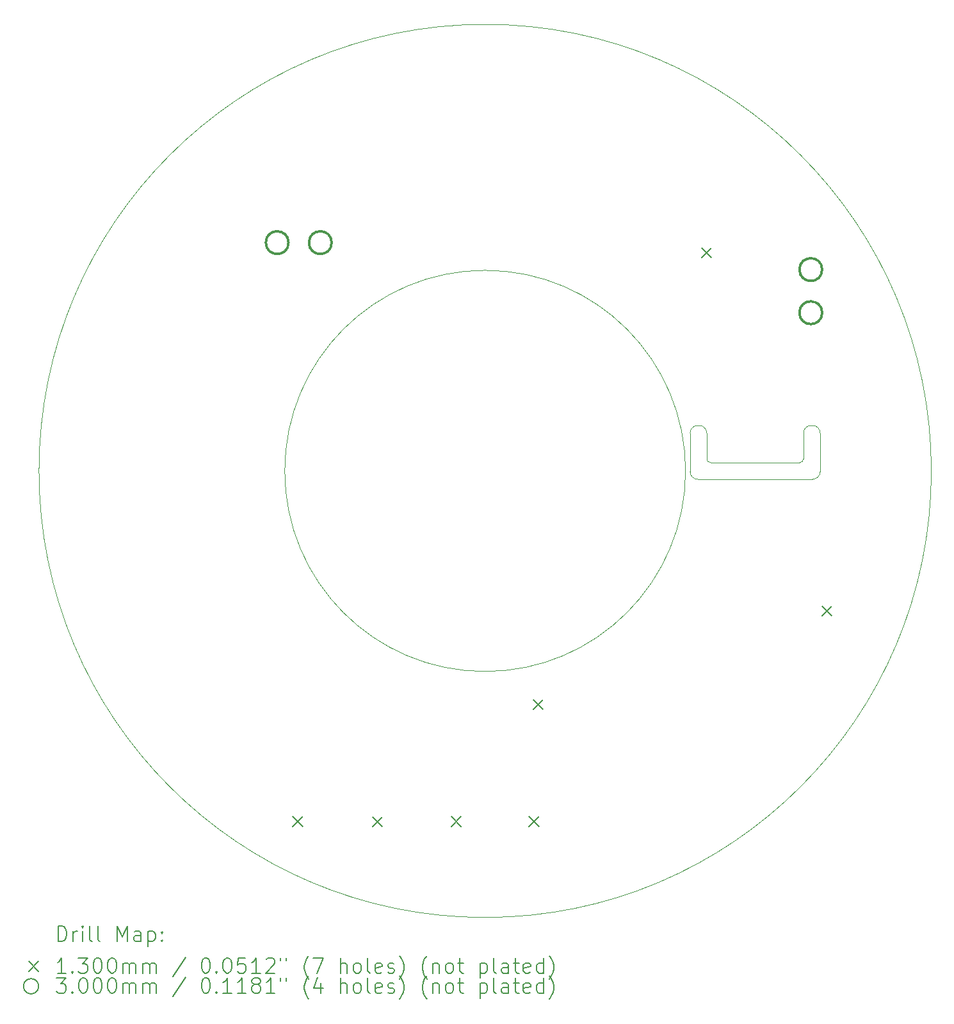
<source format=gbr>
%FSLAX45Y45*%
G04 Gerber Fmt 4.5, Leading zero omitted, Abs format (unit mm)*
G04 Created by KiCad (PCBNEW (6.0.0)) date 2022-08-29 10:29:10*
%MOMM*%
%LPD*%
G01*
G04 APERTURE LIST*
%TA.AperFunction,Profile*%
%ADD10C,0.050000*%
%TD*%
%TA.AperFunction,Profile*%
%ADD11C,0.100000*%
%TD*%
%ADD12C,0.200000*%
%ADD13C,0.130000*%
%ADD14C,0.300000*%
G04 APERTURE END LIST*
D10*
X18160000Y-9890000D02*
X16980000Y-9890000D01*
X18330000Y-10110000D02*
G75*
G03*
X18430000Y-10010000I0J100000D01*
G01*
X18430000Y-9500000D02*
G75*
G03*
X18330000Y-9400000I-100000J0D01*
G01*
X18310000Y-9400000D02*
G75*
G03*
X18210000Y-9500000I0J-100000D01*
G01*
X18160000Y-9890000D02*
G75*
G03*
X18210000Y-9840000I0J50000D01*
G01*
X16810000Y-9400000D02*
G75*
G03*
X16710000Y-9500000I0J-100000D01*
G01*
X16710000Y-9500000D02*
X16710000Y-10010000D01*
X16830000Y-9400000D02*
X16810000Y-9400000D01*
X16930000Y-9840000D02*
X16930000Y-9500000D01*
X16930000Y-9500000D02*
G75*
G03*
X16830000Y-9400000I-100000J0D01*
G01*
X16710000Y-10010000D02*
G75*
G03*
X16810000Y-10110000I100000J0D01*
G01*
X16930000Y-9840000D02*
G75*
G03*
X16980000Y-9890000I50000J0D01*
G01*
X18430000Y-10010000D02*
X18430000Y-9500000D01*
X18330000Y-9400000D02*
X18310000Y-9400000D01*
D11*
X19900000Y-10000000D02*
G75*
G03*
X19900000Y-10000000I-5900000J0D01*
G01*
D10*
X18210000Y-9500000D02*
X18210000Y-9840000D01*
X16810000Y-10110000D02*
X18330000Y-10110000D01*
D11*
X16650000Y-10000000D02*
G75*
G03*
X16650000Y-10000000I-2650000J0D01*
G01*
D12*
D13*
X11456738Y-14569000D02*
X11586738Y-14699000D01*
X11586738Y-14569000D02*
X11456738Y-14699000D01*
X12512500Y-14571750D02*
X12642500Y-14701750D01*
X12642500Y-14571750D02*
X12512500Y-14701750D01*
X13553400Y-14569000D02*
X13683400Y-14699000D01*
X13683400Y-14569000D02*
X13553400Y-14699000D01*
X14580000Y-14569000D02*
X14710000Y-14699000D01*
X14710000Y-14569000D02*
X14580000Y-14699000D01*
X14634000Y-13020000D02*
X14764000Y-13150000D01*
X14764000Y-13020000D02*
X14634000Y-13150000D01*
X16860000Y-7053750D02*
X16990000Y-7183750D01*
X16990000Y-7053750D02*
X16860000Y-7183750D01*
X18455000Y-11783750D02*
X18585000Y-11913750D01*
X18585000Y-11783750D02*
X18455000Y-11913750D01*
D14*
X11400000Y-6984000D02*
G75*
G03*
X11400000Y-6984000I-150000J0D01*
G01*
X11970000Y-6984000D02*
G75*
G03*
X11970000Y-6984000I-150000J0D01*
G01*
X18456000Y-7340000D02*
G75*
G03*
X18456000Y-7340000I-150000J0D01*
G01*
X18456000Y-7910000D02*
G75*
G03*
X18456000Y-7910000I-150000J0D01*
G01*
D12*
X8352619Y-16215476D02*
X8352619Y-16015476D01*
X8400238Y-16015476D01*
X8428810Y-16025000D01*
X8447857Y-16044048D01*
X8457381Y-16063095D01*
X8466905Y-16101190D01*
X8466905Y-16129762D01*
X8457381Y-16167857D01*
X8447857Y-16186905D01*
X8428810Y-16205952D01*
X8400238Y-16215476D01*
X8352619Y-16215476D01*
X8552619Y-16215476D02*
X8552619Y-16082143D01*
X8552619Y-16120238D02*
X8562143Y-16101190D01*
X8571667Y-16091667D01*
X8590714Y-16082143D01*
X8609762Y-16082143D01*
X8676429Y-16215476D02*
X8676429Y-16082143D01*
X8676429Y-16015476D02*
X8666905Y-16025000D01*
X8676429Y-16034524D01*
X8685952Y-16025000D01*
X8676429Y-16015476D01*
X8676429Y-16034524D01*
X8800238Y-16215476D02*
X8781190Y-16205952D01*
X8771667Y-16186905D01*
X8771667Y-16015476D01*
X8905000Y-16215476D02*
X8885952Y-16205952D01*
X8876429Y-16186905D01*
X8876429Y-16015476D01*
X9133571Y-16215476D02*
X9133571Y-16015476D01*
X9200238Y-16158333D01*
X9266905Y-16015476D01*
X9266905Y-16215476D01*
X9447857Y-16215476D02*
X9447857Y-16110714D01*
X9438333Y-16091667D01*
X9419286Y-16082143D01*
X9381190Y-16082143D01*
X9362143Y-16091667D01*
X9447857Y-16205952D02*
X9428810Y-16215476D01*
X9381190Y-16215476D01*
X9362143Y-16205952D01*
X9352619Y-16186905D01*
X9352619Y-16167857D01*
X9362143Y-16148809D01*
X9381190Y-16139286D01*
X9428810Y-16139286D01*
X9447857Y-16129762D01*
X9543095Y-16082143D02*
X9543095Y-16282143D01*
X9543095Y-16091667D02*
X9562143Y-16082143D01*
X9600238Y-16082143D01*
X9619286Y-16091667D01*
X9628810Y-16101190D01*
X9638333Y-16120238D01*
X9638333Y-16177381D01*
X9628810Y-16196428D01*
X9619286Y-16205952D01*
X9600238Y-16215476D01*
X9562143Y-16215476D01*
X9543095Y-16205952D01*
X9724048Y-16196428D02*
X9733571Y-16205952D01*
X9724048Y-16215476D01*
X9714524Y-16205952D01*
X9724048Y-16196428D01*
X9724048Y-16215476D01*
X9724048Y-16091667D02*
X9733571Y-16101190D01*
X9724048Y-16110714D01*
X9714524Y-16101190D01*
X9724048Y-16091667D01*
X9724048Y-16110714D01*
D13*
X7965000Y-16480000D02*
X8095000Y-16610000D01*
X8095000Y-16480000D02*
X7965000Y-16610000D01*
D12*
X8457381Y-16635476D02*
X8343095Y-16635476D01*
X8400238Y-16635476D02*
X8400238Y-16435476D01*
X8381190Y-16464048D01*
X8362143Y-16483095D01*
X8343095Y-16492619D01*
X8543095Y-16616428D02*
X8552619Y-16625952D01*
X8543095Y-16635476D01*
X8533571Y-16625952D01*
X8543095Y-16616428D01*
X8543095Y-16635476D01*
X8619286Y-16435476D02*
X8743095Y-16435476D01*
X8676429Y-16511667D01*
X8705000Y-16511667D01*
X8724048Y-16521190D01*
X8733571Y-16530714D01*
X8743095Y-16549762D01*
X8743095Y-16597381D01*
X8733571Y-16616428D01*
X8724048Y-16625952D01*
X8705000Y-16635476D01*
X8647857Y-16635476D01*
X8628810Y-16625952D01*
X8619286Y-16616428D01*
X8866905Y-16435476D02*
X8885952Y-16435476D01*
X8905000Y-16445000D01*
X8914524Y-16454524D01*
X8924048Y-16473571D01*
X8933571Y-16511667D01*
X8933571Y-16559286D01*
X8924048Y-16597381D01*
X8914524Y-16616428D01*
X8905000Y-16625952D01*
X8885952Y-16635476D01*
X8866905Y-16635476D01*
X8847857Y-16625952D01*
X8838333Y-16616428D01*
X8828810Y-16597381D01*
X8819286Y-16559286D01*
X8819286Y-16511667D01*
X8828810Y-16473571D01*
X8838333Y-16454524D01*
X8847857Y-16445000D01*
X8866905Y-16435476D01*
X9057381Y-16435476D02*
X9076429Y-16435476D01*
X9095476Y-16445000D01*
X9105000Y-16454524D01*
X9114524Y-16473571D01*
X9124048Y-16511667D01*
X9124048Y-16559286D01*
X9114524Y-16597381D01*
X9105000Y-16616428D01*
X9095476Y-16625952D01*
X9076429Y-16635476D01*
X9057381Y-16635476D01*
X9038333Y-16625952D01*
X9028810Y-16616428D01*
X9019286Y-16597381D01*
X9009762Y-16559286D01*
X9009762Y-16511667D01*
X9019286Y-16473571D01*
X9028810Y-16454524D01*
X9038333Y-16445000D01*
X9057381Y-16435476D01*
X9209762Y-16635476D02*
X9209762Y-16502143D01*
X9209762Y-16521190D02*
X9219286Y-16511667D01*
X9238333Y-16502143D01*
X9266905Y-16502143D01*
X9285952Y-16511667D01*
X9295476Y-16530714D01*
X9295476Y-16635476D01*
X9295476Y-16530714D02*
X9305000Y-16511667D01*
X9324048Y-16502143D01*
X9352619Y-16502143D01*
X9371667Y-16511667D01*
X9381190Y-16530714D01*
X9381190Y-16635476D01*
X9476429Y-16635476D02*
X9476429Y-16502143D01*
X9476429Y-16521190D02*
X9485952Y-16511667D01*
X9505000Y-16502143D01*
X9533571Y-16502143D01*
X9552619Y-16511667D01*
X9562143Y-16530714D01*
X9562143Y-16635476D01*
X9562143Y-16530714D02*
X9571667Y-16511667D01*
X9590714Y-16502143D01*
X9619286Y-16502143D01*
X9638333Y-16511667D01*
X9647857Y-16530714D01*
X9647857Y-16635476D01*
X10038333Y-16425952D02*
X9866905Y-16683095D01*
X10295476Y-16435476D02*
X10314524Y-16435476D01*
X10333571Y-16445000D01*
X10343095Y-16454524D01*
X10352619Y-16473571D01*
X10362143Y-16511667D01*
X10362143Y-16559286D01*
X10352619Y-16597381D01*
X10343095Y-16616428D01*
X10333571Y-16625952D01*
X10314524Y-16635476D01*
X10295476Y-16635476D01*
X10276429Y-16625952D01*
X10266905Y-16616428D01*
X10257381Y-16597381D01*
X10247857Y-16559286D01*
X10247857Y-16511667D01*
X10257381Y-16473571D01*
X10266905Y-16454524D01*
X10276429Y-16445000D01*
X10295476Y-16435476D01*
X10447857Y-16616428D02*
X10457381Y-16625952D01*
X10447857Y-16635476D01*
X10438333Y-16625952D01*
X10447857Y-16616428D01*
X10447857Y-16635476D01*
X10581190Y-16435476D02*
X10600238Y-16435476D01*
X10619286Y-16445000D01*
X10628810Y-16454524D01*
X10638333Y-16473571D01*
X10647857Y-16511667D01*
X10647857Y-16559286D01*
X10638333Y-16597381D01*
X10628810Y-16616428D01*
X10619286Y-16625952D01*
X10600238Y-16635476D01*
X10581190Y-16635476D01*
X10562143Y-16625952D01*
X10552619Y-16616428D01*
X10543095Y-16597381D01*
X10533571Y-16559286D01*
X10533571Y-16511667D01*
X10543095Y-16473571D01*
X10552619Y-16454524D01*
X10562143Y-16445000D01*
X10581190Y-16435476D01*
X10828810Y-16435476D02*
X10733571Y-16435476D01*
X10724048Y-16530714D01*
X10733571Y-16521190D01*
X10752619Y-16511667D01*
X10800238Y-16511667D01*
X10819286Y-16521190D01*
X10828810Y-16530714D01*
X10838333Y-16549762D01*
X10838333Y-16597381D01*
X10828810Y-16616428D01*
X10819286Y-16625952D01*
X10800238Y-16635476D01*
X10752619Y-16635476D01*
X10733571Y-16625952D01*
X10724048Y-16616428D01*
X11028810Y-16635476D02*
X10914524Y-16635476D01*
X10971667Y-16635476D02*
X10971667Y-16435476D01*
X10952619Y-16464048D01*
X10933571Y-16483095D01*
X10914524Y-16492619D01*
X11105000Y-16454524D02*
X11114524Y-16445000D01*
X11133571Y-16435476D01*
X11181190Y-16435476D01*
X11200238Y-16445000D01*
X11209762Y-16454524D01*
X11219286Y-16473571D01*
X11219286Y-16492619D01*
X11209762Y-16521190D01*
X11095476Y-16635476D01*
X11219286Y-16635476D01*
X11295476Y-16435476D02*
X11295476Y-16473571D01*
X11371667Y-16435476D02*
X11371667Y-16473571D01*
X11666905Y-16711667D02*
X11657381Y-16702143D01*
X11638333Y-16673571D01*
X11628809Y-16654524D01*
X11619286Y-16625952D01*
X11609762Y-16578333D01*
X11609762Y-16540238D01*
X11619286Y-16492619D01*
X11628809Y-16464048D01*
X11638333Y-16445000D01*
X11657381Y-16416428D01*
X11666905Y-16406905D01*
X11724048Y-16435476D02*
X11857381Y-16435476D01*
X11771667Y-16635476D01*
X12085952Y-16635476D02*
X12085952Y-16435476D01*
X12171667Y-16635476D02*
X12171667Y-16530714D01*
X12162143Y-16511667D01*
X12143095Y-16502143D01*
X12114524Y-16502143D01*
X12095476Y-16511667D01*
X12085952Y-16521190D01*
X12295476Y-16635476D02*
X12276428Y-16625952D01*
X12266905Y-16616428D01*
X12257381Y-16597381D01*
X12257381Y-16540238D01*
X12266905Y-16521190D01*
X12276428Y-16511667D01*
X12295476Y-16502143D01*
X12324048Y-16502143D01*
X12343095Y-16511667D01*
X12352619Y-16521190D01*
X12362143Y-16540238D01*
X12362143Y-16597381D01*
X12352619Y-16616428D01*
X12343095Y-16625952D01*
X12324048Y-16635476D01*
X12295476Y-16635476D01*
X12476428Y-16635476D02*
X12457381Y-16625952D01*
X12447857Y-16606905D01*
X12447857Y-16435476D01*
X12628809Y-16625952D02*
X12609762Y-16635476D01*
X12571667Y-16635476D01*
X12552619Y-16625952D01*
X12543095Y-16606905D01*
X12543095Y-16530714D01*
X12552619Y-16511667D01*
X12571667Y-16502143D01*
X12609762Y-16502143D01*
X12628809Y-16511667D01*
X12638333Y-16530714D01*
X12638333Y-16549762D01*
X12543095Y-16568809D01*
X12714524Y-16625952D02*
X12733571Y-16635476D01*
X12771667Y-16635476D01*
X12790714Y-16625952D01*
X12800238Y-16606905D01*
X12800238Y-16597381D01*
X12790714Y-16578333D01*
X12771667Y-16568809D01*
X12743095Y-16568809D01*
X12724048Y-16559286D01*
X12714524Y-16540238D01*
X12714524Y-16530714D01*
X12724048Y-16511667D01*
X12743095Y-16502143D01*
X12771667Y-16502143D01*
X12790714Y-16511667D01*
X12866905Y-16711667D02*
X12876428Y-16702143D01*
X12895476Y-16673571D01*
X12905000Y-16654524D01*
X12914524Y-16625952D01*
X12924048Y-16578333D01*
X12924048Y-16540238D01*
X12914524Y-16492619D01*
X12905000Y-16464048D01*
X12895476Y-16445000D01*
X12876428Y-16416428D01*
X12866905Y-16406905D01*
X13228809Y-16711667D02*
X13219286Y-16702143D01*
X13200238Y-16673571D01*
X13190714Y-16654524D01*
X13181190Y-16625952D01*
X13171667Y-16578333D01*
X13171667Y-16540238D01*
X13181190Y-16492619D01*
X13190714Y-16464048D01*
X13200238Y-16445000D01*
X13219286Y-16416428D01*
X13228809Y-16406905D01*
X13305000Y-16502143D02*
X13305000Y-16635476D01*
X13305000Y-16521190D02*
X13314524Y-16511667D01*
X13333571Y-16502143D01*
X13362143Y-16502143D01*
X13381190Y-16511667D01*
X13390714Y-16530714D01*
X13390714Y-16635476D01*
X13514524Y-16635476D02*
X13495476Y-16625952D01*
X13485952Y-16616428D01*
X13476428Y-16597381D01*
X13476428Y-16540238D01*
X13485952Y-16521190D01*
X13495476Y-16511667D01*
X13514524Y-16502143D01*
X13543095Y-16502143D01*
X13562143Y-16511667D01*
X13571667Y-16521190D01*
X13581190Y-16540238D01*
X13581190Y-16597381D01*
X13571667Y-16616428D01*
X13562143Y-16625952D01*
X13543095Y-16635476D01*
X13514524Y-16635476D01*
X13638333Y-16502143D02*
X13714524Y-16502143D01*
X13666905Y-16435476D02*
X13666905Y-16606905D01*
X13676428Y-16625952D01*
X13695476Y-16635476D01*
X13714524Y-16635476D01*
X13933571Y-16502143D02*
X13933571Y-16702143D01*
X13933571Y-16511667D02*
X13952619Y-16502143D01*
X13990714Y-16502143D01*
X14009762Y-16511667D01*
X14019286Y-16521190D01*
X14028809Y-16540238D01*
X14028809Y-16597381D01*
X14019286Y-16616428D01*
X14009762Y-16625952D01*
X13990714Y-16635476D01*
X13952619Y-16635476D01*
X13933571Y-16625952D01*
X14143095Y-16635476D02*
X14124048Y-16625952D01*
X14114524Y-16606905D01*
X14114524Y-16435476D01*
X14305000Y-16635476D02*
X14305000Y-16530714D01*
X14295476Y-16511667D01*
X14276428Y-16502143D01*
X14238333Y-16502143D01*
X14219286Y-16511667D01*
X14305000Y-16625952D02*
X14285952Y-16635476D01*
X14238333Y-16635476D01*
X14219286Y-16625952D01*
X14209762Y-16606905D01*
X14209762Y-16587857D01*
X14219286Y-16568809D01*
X14238333Y-16559286D01*
X14285952Y-16559286D01*
X14305000Y-16549762D01*
X14371667Y-16502143D02*
X14447857Y-16502143D01*
X14400238Y-16435476D02*
X14400238Y-16606905D01*
X14409762Y-16625952D01*
X14428809Y-16635476D01*
X14447857Y-16635476D01*
X14590714Y-16625952D02*
X14571667Y-16635476D01*
X14533571Y-16635476D01*
X14514524Y-16625952D01*
X14505000Y-16606905D01*
X14505000Y-16530714D01*
X14514524Y-16511667D01*
X14533571Y-16502143D01*
X14571667Y-16502143D01*
X14590714Y-16511667D01*
X14600238Y-16530714D01*
X14600238Y-16549762D01*
X14505000Y-16568809D01*
X14771667Y-16635476D02*
X14771667Y-16435476D01*
X14771667Y-16625952D02*
X14752619Y-16635476D01*
X14714524Y-16635476D01*
X14695476Y-16625952D01*
X14685952Y-16616428D01*
X14676428Y-16597381D01*
X14676428Y-16540238D01*
X14685952Y-16521190D01*
X14695476Y-16511667D01*
X14714524Y-16502143D01*
X14752619Y-16502143D01*
X14771667Y-16511667D01*
X14847857Y-16711667D02*
X14857381Y-16702143D01*
X14876428Y-16673571D01*
X14885952Y-16654524D01*
X14895476Y-16625952D01*
X14905000Y-16578333D01*
X14905000Y-16540238D01*
X14895476Y-16492619D01*
X14885952Y-16464048D01*
X14876428Y-16445000D01*
X14857381Y-16416428D01*
X14847857Y-16406905D01*
X8095000Y-16809000D02*
G75*
G03*
X8095000Y-16809000I-100000J0D01*
G01*
X8333571Y-16699476D02*
X8457381Y-16699476D01*
X8390714Y-16775667D01*
X8419286Y-16775667D01*
X8438333Y-16785190D01*
X8447857Y-16794714D01*
X8457381Y-16813762D01*
X8457381Y-16861381D01*
X8447857Y-16880429D01*
X8438333Y-16889952D01*
X8419286Y-16899476D01*
X8362143Y-16899476D01*
X8343095Y-16889952D01*
X8333571Y-16880429D01*
X8543095Y-16880429D02*
X8552619Y-16889952D01*
X8543095Y-16899476D01*
X8533571Y-16889952D01*
X8543095Y-16880429D01*
X8543095Y-16899476D01*
X8676429Y-16699476D02*
X8695476Y-16699476D01*
X8714524Y-16709000D01*
X8724048Y-16718524D01*
X8733571Y-16737571D01*
X8743095Y-16775667D01*
X8743095Y-16823286D01*
X8733571Y-16861381D01*
X8724048Y-16880429D01*
X8714524Y-16889952D01*
X8695476Y-16899476D01*
X8676429Y-16899476D01*
X8657381Y-16889952D01*
X8647857Y-16880429D01*
X8638333Y-16861381D01*
X8628810Y-16823286D01*
X8628810Y-16775667D01*
X8638333Y-16737571D01*
X8647857Y-16718524D01*
X8657381Y-16709000D01*
X8676429Y-16699476D01*
X8866905Y-16699476D02*
X8885952Y-16699476D01*
X8905000Y-16709000D01*
X8914524Y-16718524D01*
X8924048Y-16737571D01*
X8933571Y-16775667D01*
X8933571Y-16823286D01*
X8924048Y-16861381D01*
X8914524Y-16880429D01*
X8905000Y-16889952D01*
X8885952Y-16899476D01*
X8866905Y-16899476D01*
X8847857Y-16889952D01*
X8838333Y-16880429D01*
X8828810Y-16861381D01*
X8819286Y-16823286D01*
X8819286Y-16775667D01*
X8828810Y-16737571D01*
X8838333Y-16718524D01*
X8847857Y-16709000D01*
X8866905Y-16699476D01*
X9057381Y-16699476D02*
X9076429Y-16699476D01*
X9095476Y-16709000D01*
X9105000Y-16718524D01*
X9114524Y-16737571D01*
X9124048Y-16775667D01*
X9124048Y-16823286D01*
X9114524Y-16861381D01*
X9105000Y-16880429D01*
X9095476Y-16889952D01*
X9076429Y-16899476D01*
X9057381Y-16899476D01*
X9038333Y-16889952D01*
X9028810Y-16880429D01*
X9019286Y-16861381D01*
X9009762Y-16823286D01*
X9009762Y-16775667D01*
X9019286Y-16737571D01*
X9028810Y-16718524D01*
X9038333Y-16709000D01*
X9057381Y-16699476D01*
X9209762Y-16899476D02*
X9209762Y-16766143D01*
X9209762Y-16785190D02*
X9219286Y-16775667D01*
X9238333Y-16766143D01*
X9266905Y-16766143D01*
X9285952Y-16775667D01*
X9295476Y-16794714D01*
X9295476Y-16899476D01*
X9295476Y-16794714D02*
X9305000Y-16775667D01*
X9324048Y-16766143D01*
X9352619Y-16766143D01*
X9371667Y-16775667D01*
X9381190Y-16794714D01*
X9381190Y-16899476D01*
X9476429Y-16899476D02*
X9476429Y-16766143D01*
X9476429Y-16785190D02*
X9485952Y-16775667D01*
X9505000Y-16766143D01*
X9533571Y-16766143D01*
X9552619Y-16775667D01*
X9562143Y-16794714D01*
X9562143Y-16899476D01*
X9562143Y-16794714D02*
X9571667Y-16775667D01*
X9590714Y-16766143D01*
X9619286Y-16766143D01*
X9638333Y-16775667D01*
X9647857Y-16794714D01*
X9647857Y-16899476D01*
X10038333Y-16689952D02*
X9866905Y-16947095D01*
X10295476Y-16699476D02*
X10314524Y-16699476D01*
X10333571Y-16709000D01*
X10343095Y-16718524D01*
X10352619Y-16737571D01*
X10362143Y-16775667D01*
X10362143Y-16823286D01*
X10352619Y-16861381D01*
X10343095Y-16880429D01*
X10333571Y-16889952D01*
X10314524Y-16899476D01*
X10295476Y-16899476D01*
X10276429Y-16889952D01*
X10266905Y-16880429D01*
X10257381Y-16861381D01*
X10247857Y-16823286D01*
X10247857Y-16775667D01*
X10257381Y-16737571D01*
X10266905Y-16718524D01*
X10276429Y-16709000D01*
X10295476Y-16699476D01*
X10447857Y-16880429D02*
X10457381Y-16889952D01*
X10447857Y-16899476D01*
X10438333Y-16889952D01*
X10447857Y-16880429D01*
X10447857Y-16899476D01*
X10647857Y-16899476D02*
X10533571Y-16899476D01*
X10590714Y-16899476D02*
X10590714Y-16699476D01*
X10571667Y-16728048D01*
X10552619Y-16747095D01*
X10533571Y-16756619D01*
X10838333Y-16899476D02*
X10724048Y-16899476D01*
X10781190Y-16899476D02*
X10781190Y-16699476D01*
X10762143Y-16728048D01*
X10743095Y-16747095D01*
X10724048Y-16756619D01*
X10952619Y-16785190D02*
X10933571Y-16775667D01*
X10924048Y-16766143D01*
X10914524Y-16747095D01*
X10914524Y-16737571D01*
X10924048Y-16718524D01*
X10933571Y-16709000D01*
X10952619Y-16699476D01*
X10990714Y-16699476D01*
X11009762Y-16709000D01*
X11019286Y-16718524D01*
X11028810Y-16737571D01*
X11028810Y-16747095D01*
X11019286Y-16766143D01*
X11009762Y-16775667D01*
X10990714Y-16785190D01*
X10952619Y-16785190D01*
X10933571Y-16794714D01*
X10924048Y-16804238D01*
X10914524Y-16823286D01*
X10914524Y-16861381D01*
X10924048Y-16880429D01*
X10933571Y-16889952D01*
X10952619Y-16899476D01*
X10990714Y-16899476D01*
X11009762Y-16889952D01*
X11019286Y-16880429D01*
X11028810Y-16861381D01*
X11028810Y-16823286D01*
X11019286Y-16804238D01*
X11009762Y-16794714D01*
X10990714Y-16785190D01*
X11219286Y-16899476D02*
X11105000Y-16899476D01*
X11162143Y-16899476D02*
X11162143Y-16699476D01*
X11143095Y-16728048D01*
X11124048Y-16747095D01*
X11105000Y-16756619D01*
X11295476Y-16699476D02*
X11295476Y-16737571D01*
X11371667Y-16699476D02*
X11371667Y-16737571D01*
X11666905Y-16975667D02*
X11657381Y-16966143D01*
X11638333Y-16937571D01*
X11628809Y-16918524D01*
X11619286Y-16889952D01*
X11609762Y-16842333D01*
X11609762Y-16804238D01*
X11619286Y-16756619D01*
X11628809Y-16728048D01*
X11638333Y-16709000D01*
X11657381Y-16680428D01*
X11666905Y-16670905D01*
X11828809Y-16766143D02*
X11828809Y-16899476D01*
X11781190Y-16689952D02*
X11733571Y-16832810D01*
X11857381Y-16832810D01*
X12085952Y-16899476D02*
X12085952Y-16699476D01*
X12171667Y-16899476D02*
X12171667Y-16794714D01*
X12162143Y-16775667D01*
X12143095Y-16766143D01*
X12114524Y-16766143D01*
X12095476Y-16775667D01*
X12085952Y-16785190D01*
X12295476Y-16899476D02*
X12276428Y-16889952D01*
X12266905Y-16880429D01*
X12257381Y-16861381D01*
X12257381Y-16804238D01*
X12266905Y-16785190D01*
X12276428Y-16775667D01*
X12295476Y-16766143D01*
X12324048Y-16766143D01*
X12343095Y-16775667D01*
X12352619Y-16785190D01*
X12362143Y-16804238D01*
X12362143Y-16861381D01*
X12352619Y-16880429D01*
X12343095Y-16889952D01*
X12324048Y-16899476D01*
X12295476Y-16899476D01*
X12476428Y-16899476D02*
X12457381Y-16889952D01*
X12447857Y-16870905D01*
X12447857Y-16699476D01*
X12628809Y-16889952D02*
X12609762Y-16899476D01*
X12571667Y-16899476D01*
X12552619Y-16889952D01*
X12543095Y-16870905D01*
X12543095Y-16794714D01*
X12552619Y-16775667D01*
X12571667Y-16766143D01*
X12609762Y-16766143D01*
X12628809Y-16775667D01*
X12638333Y-16794714D01*
X12638333Y-16813762D01*
X12543095Y-16832810D01*
X12714524Y-16889952D02*
X12733571Y-16899476D01*
X12771667Y-16899476D01*
X12790714Y-16889952D01*
X12800238Y-16870905D01*
X12800238Y-16861381D01*
X12790714Y-16842333D01*
X12771667Y-16832810D01*
X12743095Y-16832810D01*
X12724048Y-16823286D01*
X12714524Y-16804238D01*
X12714524Y-16794714D01*
X12724048Y-16775667D01*
X12743095Y-16766143D01*
X12771667Y-16766143D01*
X12790714Y-16775667D01*
X12866905Y-16975667D02*
X12876428Y-16966143D01*
X12895476Y-16937571D01*
X12905000Y-16918524D01*
X12914524Y-16889952D01*
X12924048Y-16842333D01*
X12924048Y-16804238D01*
X12914524Y-16756619D01*
X12905000Y-16728048D01*
X12895476Y-16709000D01*
X12876428Y-16680428D01*
X12866905Y-16670905D01*
X13228809Y-16975667D02*
X13219286Y-16966143D01*
X13200238Y-16937571D01*
X13190714Y-16918524D01*
X13181190Y-16889952D01*
X13171667Y-16842333D01*
X13171667Y-16804238D01*
X13181190Y-16756619D01*
X13190714Y-16728048D01*
X13200238Y-16709000D01*
X13219286Y-16680428D01*
X13228809Y-16670905D01*
X13305000Y-16766143D02*
X13305000Y-16899476D01*
X13305000Y-16785190D02*
X13314524Y-16775667D01*
X13333571Y-16766143D01*
X13362143Y-16766143D01*
X13381190Y-16775667D01*
X13390714Y-16794714D01*
X13390714Y-16899476D01*
X13514524Y-16899476D02*
X13495476Y-16889952D01*
X13485952Y-16880429D01*
X13476428Y-16861381D01*
X13476428Y-16804238D01*
X13485952Y-16785190D01*
X13495476Y-16775667D01*
X13514524Y-16766143D01*
X13543095Y-16766143D01*
X13562143Y-16775667D01*
X13571667Y-16785190D01*
X13581190Y-16804238D01*
X13581190Y-16861381D01*
X13571667Y-16880429D01*
X13562143Y-16889952D01*
X13543095Y-16899476D01*
X13514524Y-16899476D01*
X13638333Y-16766143D02*
X13714524Y-16766143D01*
X13666905Y-16699476D02*
X13666905Y-16870905D01*
X13676428Y-16889952D01*
X13695476Y-16899476D01*
X13714524Y-16899476D01*
X13933571Y-16766143D02*
X13933571Y-16966143D01*
X13933571Y-16775667D02*
X13952619Y-16766143D01*
X13990714Y-16766143D01*
X14009762Y-16775667D01*
X14019286Y-16785190D01*
X14028809Y-16804238D01*
X14028809Y-16861381D01*
X14019286Y-16880429D01*
X14009762Y-16889952D01*
X13990714Y-16899476D01*
X13952619Y-16899476D01*
X13933571Y-16889952D01*
X14143095Y-16899476D02*
X14124048Y-16889952D01*
X14114524Y-16870905D01*
X14114524Y-16699476D01*
X14305000Y-16899476D02*
X14305000Y-16794714D01*
X14295476Y-16775667D01*
X14276428Y-16766143D01*
X14238333Y-16766143D01*
X14219286Y-16775667D01*
X14305000Y-16889952D02*
X14285952Y-16899476D01*
X14238333Y-16899476D01*
X14219286Y-16889952D01*
X14209762Y-16870905D01*
X14209762Y-16851857D01*
X14219286Y-16832810D01*
X14238333Y-16823286D01*
X14285952Y-16823286D01*
X14305000Y-16813762D01*
X14371667Y-16766143D02*
X14447857Y-16766143D01*
X14400238Y-16699476D02*
X14400238Y-16870905D01*
X14409762Y-16889952D01*
X14428809Y-16899476D01*
X14447857Y-16899476D01*
X14590714Y-16889952D02*
X14571667Y-16899476D01*
X14533571Y-16899476D01*
X14514524Y-16889952D01*
X14505000Y-16870905D01*
X14505000Y-16794714D01*
X14514524Y-16775667D01*
X14533571Y-16766143D01*
X14571667Y-16766143D01*
X14590714Y-16775667D01*
X14600238Y-16794714D01*
X14600238Y-16813762D01*
X14505000Y-16832810D01*
X14771667Y-16899476D02*
X14771667Y-16699476D01*
X14771667Y-16889952D02*
X14752619Y-16899476D01*
X14714524Y-16899476D01*
X14695476Y-16889952D01*
X14685952Y-16880429D01*
X14676428Y-16861381D01*
X14676428Y-16804238D01*
X14685952Y-16785190D01*
X14695476Y-16775667D01*
X14714524Y-16766143D01*
X14752619Y-16766143D01*
X14771667Y-16775667D01*
X14847857Y-16975667D02*
X14857381Y-16966143D01*
X14876428Y-16937571D01*
X14885952Y-16918524D01*
X14895476Y-16889952D01*
X14905000Y-16842333D01*
X14905000Y-16804238D01*
X14895476Y-16756619D01*
X14885952Y-16728048D01*
X14876428Y-16709000D01*
X14857381Y-16680428D01*
X14847857Y-16670905D01*
M02*

</source>
